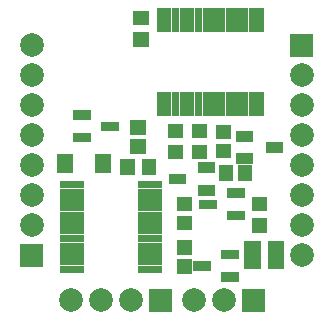
<source format=gts>
G04 Layer: TopSolderMaskLayer*
G04 EasyEDA v6.4.0, 2020-07-20T23:37:23+02:00*
G04 8414f0393b39484c82beb45b477d05cc,d798ca008b2c48fc9d28453cf4f639a5,10*
G04 Gerber Generator version 0.2*
G04 Scale: 100 percent, Rotated: No, Reflected: No *
G04 Dimensions in millimeters *
G04 leading zeros omitted , absolute positions ,3 integer and 3 decimal *
%FSLAX33Y33*%
%MOMM*%
G90*
G71D02*

%ADD34C,2.003196*%

%LPD*%
G36*
G01X21879Y4787D02*
G01X21879Y7150D01*
G01X23281Y7150D01*
G01X23281Y4787D01*
G01X21879Y4787D01*
G37*
G36*
G01X19898Y4787D02*
G01X19898Y7150D01*
G01X21300Y7150D01*
G01X21300Y4787D01*
G01X19898Y4787D01*
G37*
G36*
G01X13444Y15918D02*
G01X13444Y17122D01*
G01X14749Y17122D01*
G01X14749Y15918D01*
G01X13444Y15918D01*
G37*
G36*
G01X13444Y14119D02*
G01X13444Y15321D01*
G01X14749Y15321D01*
G01X14749Y14119D01*
G01X13444Y14119D01*
G37*
G36*
G01X10269Y14599D02*
G01X10269Y15803D01*
G01X11574Y15803D01*
G01X11574Y14599D01*
G01X10269Y14599D01*
G37*
G36*
G01X10269Y16200D02*
G01X10269Y17404D01*
G01X11574Y17404D01*
G01X11574Y16200D01*
G01X10269Y16200D01*
G37*
G36*
G01X20937Y24922D02*
G01X20937Y26929D01*
G01X21546Y26929D01*
G01X21546Y24922D01*
G01X20937Y24922D01*
G37*
G36*
G01X20286Y24922D02*
G01X20286Y26929D01*
G01X20896Y26929D01*
G01X20896Y24922D01*
G01X20286Y24922D01*
G37*
G36*
G01X19639Y24922D02*
G01X19639Y26929D01*
G01X20248Y26929D01*
G01X20248Y24922D01*
G01X19639Y24922D01*
G37*
G36*
G01X18989Y24922D02*
G01X18989Y26929D01*
G01X19598Y26929D01*
G01X19598Y24922D01*
G01X18989Y24922D01*
G37*
G36*
G01X18338Y24922D02*
G01X18338Y26929D01*
G01X18948Y26929D01*
G01X18948Y24922D01*
G01X18338Y24922D01*
G37*
G36*
G01X17688Y24922D02*
G01X17688Y26929D01*
G01X18298Y26929D01*
G01X18298Y24922D01*
G01X17688Y24922D01*
G37*
G36*
G01X17038Y24922D02*
G01X17038Y26929D01*
G01X17647Y26929D01*
G01X17647Y24922D01*
G01X17038Y24922D01*
G37*
G36*
G01X16388Y24922D02*
G01X16388Y26929D01*
G01X16997Y26929D01*
G01X16997Y24922D01*
G01X16388Y24922D01*
G37*
G36*
G01X15737Y24922D02*
G01X15737Y26929D01*
G01X16347Y26929D01*
G01X16347Y24922D01*
G01X15737Y24922D01*
G37*
G36*
G01X15087Y24922D02*
G01X15087Y26929D01*
G01X15697Y26929D01*
G01X15697Y24922D01*
G01X15087Y24922D01*
G37*
G36*
G01X14437Y24922D02*
G01X14437Y26929D01*
G01X15046Y26929D01*
G01X15046Y24922D01*
G01X14437Y24922D01*
G37*
G36*
G01X13787Y24922D02*
G01X13787Y26929D01*
G01X14396Y26929D01*
G01X14396Y24922D01*
G01X13787Y24922D01*
G37*
G36*
G01X13139Y24922D02*
G01X13139Y26929D01*
G01X13749Y26929D01*
G01X13749Y24922D01*
G01X13139Y24922D01*
G37*
G36*
G01X12489Y24922D02*
G01X12489Y26929D01*
G01X13098Y26929D01*
G01X13098Y24922D01*
G01X12489Y24922D01*
G37*
G36*
G01X12489Y17774D02*
G01X12489Y19781D01*
G01X13098Y19781D01*
G01X13098Y17774D01*
G01X12489Y17774D01*
G37*
G36*
G01X13139Y17774D02*
G01X13139Y19781D01*
G01X13749Y19781D01*
G01X13749Y17774D01*
G01X13139Y17774D01*
G37*
G36*
G01X13787Y17774D02*
G01X13787Y19781D01*
G01X14396Y19781D01*
G01X14396Y17774D01*
G01X13787Y17774D01*
G37*
G36*
G01X14437Y17774D02*
G01X14437Y19781D01*
G01X15046Y19781D01*
G01X15046Y17774D01*
G01X14437Y17774D01*
G37*
G36*
G01X15087Y17774D02*
G01X15087Y19781D01*
G01X15697Y19781D01*
G01X15697Y17774D01*
G01X15087Y17774D01*
G37*
G36*
G01X15737Y17774D02*
G01X15737Y19781D01*
G01X16347Y19781D01*
G01X16347Y17774D01*
G01X15737Y17774D01*
G37*
G36*
G01X16388Y17774D02*
G01X16388Y19781D01*
G01X16997Y19781D01*
G01X16997Y17774D01*
G01X16388Y17774D01*
G37*
G36*
G01X17038Y17774D02*
G01X17038Y19781D01*
G01X17647Y19781D01*
G01X17647Y17774D01*
G01X17038Y17774D01*
G37*
G36*
G01X17688Y17774D02*
G01X17688Y19781D01*
G01X18298Y19781D01*
G01X18298Y17774D01*
G01X17688Y17774D01*
G37*
G36*
G01X18338Y17774D02*
G01X18338Y19781D01*
G01X18948Y19781D01*
G01X18948Y17774D01*
G01X18338Y17774D01*
G37*
G36*
G01X18989Y17774D02*
G01X18989Y19781D01*
G01X19598Y19781D01*
G01X19598Y17774D01*
G01X18989Y17774D01*
G37*
G36*
G01X19639Y17774D02*
G01X19639Y19781D01*
G01X20248Y19781D01*
G01X20248Y17774D01*
G01X19639Y17774D01*
G37*
G36*
G01X20286Y17774D02*
G01X20286Y19781D01*
G01X20896Y19781D01*
G01X20896Y17774D01*
G01X20286Y17774D01*
G37*
G36*
G01X20937Y17774D02*
G01X20937Y19781D01*
G01X21546Y19781D01*
G01X21546Y17774D01*
G01X20937Y17774D01*
G37*
G36*
G01X19375Y12301D02*
G01X19375Y13606D01*
G01X20579Y13606D01*
G01X20579Y12301D01*
G01X19375Y12301D01*
G37*
G36*
G01X17774Y12301D02*
G01X17774Y13606D01*
G01X18978Y13606D01*
G01X18978Y12301D01*
G01X17774Y12301D01*
G37*
G36*
G01X17508Y14218D02*
G01X17508Y15422D01*
G01X18813Y15422D01*
G01X18813Y14218D01*
G01X17508Y14218D01*
G37*
G36*
G01X17508Y15819D02*
G01X17508Y17023D01*
G01X18813Y17023D01*
G01X18813Y15819D01*
G01X17508Y15819D01*
G37*
G36*
G01X5415Y15539D02*
G01X5415Y16342D01*
G01X6916Y16342D01*
G01X6916Y15539D01*
G01X5415Y15539D01*
G37*
G36*
G01X7815Y16489D02*
G01X7815Y17292D01*
G01X9316Y17292D01*
G01X9316Y16489D01*
G01X7815Y16489D01*
G37*
G36*
G01X5415Y17439D02*
G01X5415Y18242D01*
G01X6916Y18242D01*
G01X6916Y17439D01*
G01X5415Y17439D01*
G37*
G36*
G01X13517Y11993D02*
G01X13517Y12898D01*
G01X14970Y12898D01*
G01X14970Y11993D01*
G01X13517Y11993D01*
G37*
G36*
G01X16017Y12943D02*
G01X16017Y13848D01*
G01X17470Y13848D01*
G01X17470Y12943D01*
G01X16017Y12943D01*
G37*
G36*
G01X16017Y11043D02*
G01X16017Y11948D01*
G01X17470Y11948D01*
G01X17470Y11043D01*
G01X16017Y11043D01*
G37*
G36*
G01X21732Y14660D02*
G01X21732Y15565D01*
G01X23185Y15565D01*
G01X23185Y14660D01*
G01X21732Y14660D01*
G37*
G36*
G01X19232Y13710D02*
G01X19232Y14615D01*
G01X20685Y14615D01*
G01X20685Y13710D01*
G01X19232Y13710D01*
G37*
G36*
G01X19232Y15610D02*
G01X19232Y16515D01*
G01X20685Y16515D01*
G01X20685Y15610D01*
G01X19232Y15610D01*
G37*
G36*
G01X15476Y15918D02*
G01X15476Y17122D01*
G01X16781Y17122D01*
G01X16781Y15918D01*
G01X15476Y15918D01*
G37*
G36*
G01X15476Y14119D02*
G01X15476Y15321D01*
G01X16781Y15321D01*
G01X16781Y14119D01*
G01X15476Y14119D01*
G37*
G36*
G01X10523Y23644D02*
G01X10523Y24848D01*
G01X11828Y24848D01*
G01X11828Y23644D01*
G01X10523Y23644D01*
G37*
G36*
G01X10523Y25445D02*
G01X10523Y26647D01*
G01X11828Y26647D01*
G01X11828Y25445D01*
G01X10523Y25445D01*
G37*
G54D34*
G01X15621Y2159D03*
G01X18161Y2159D03*
G36*
G01X19700Y1158D02*
G01X19700Y3159D01*
G01X21701Y3159D01*
G01X21701Y1158D01*
G01X19700Y1158D01*
G37*
G36*
G01X18483Y10835D02*
G01X18483Y11638D01*
G01X19984Y11638D01*
G01X19984Y10835D01*
G01X18483Y10835D01*
G37*
G36*
G01X16083Y9885D02*
G01X16083Y10688D01*
G01X17584Y10688D01*
G01X17584Y9885D01*
G01X16083Y9885D01*
G37*
G36*
G01X18483Y8935D02*
G01X18483Y9738D01*
G01X19984Y9738D01*
G01X19984Y8935D01*
G01X18483Y8935D01*
G37*
G36*
G01X17975Y5628D02*
G01X17975Y6431D01*
G01X19476Y6431D01*
G01X19476Y5628D01*
G01X17975Y5628D01*
G37*
G36*
G01X15575Y4678D02*
G01X15575Y5481D01*
G01X17076Y5481D01*
G01X17076Y4678D01*
G01X15575Y4678D01*
G37*
G36*
G01X17975Y3728D02*
G01X17975Y4531D01*
G01X19476Y4531D01*
G01X19476Y3728D01*
G01X17975Y3728D01*
G37*
G36*
G01X7249Y12913D02*
G01X7249Y14518D01*
G01X8651Y14518D01*
G01X8651Y12913D01*
G01X7249Y12913D01*
G37*
G36*
G01X4048Y12913D02*
G01X4048Y14518D01*
G01X5450Y14518D01*
G01X5450Y12913D01*
G01X4048Y12913D01*
G37*
G36*
G01X23764Y22748D02*
G01X23764Y24749D01*
G01X25765Y24749D01*
G01X25765Y22748D01*
G01X23764Y22748D01*
G37*
G01X24765Y21209D03*
G01X24765Y18669D03*
G01X24765Y16129D03*
G01X24765Y13589D03*
G01X24765Y11049D03*
G01X24765Y8509D03*
G01X24765Y5969D03*
G36*
G01X904Y4968D02*
G01X904Y6969D01*
G01X2905Y6969D01*
G01X2905Y4968D01*
G01X904Y4968D01*
G37*
G01X1905Y8509D03*
G01X1905Y11049D03*
G01X1905Y13589D03*
G01X1905Y16129D03*
G01X1905Y18669D03*
G01X1905Y21209D03*
G01X1905Y23749D03*
G36*
G01X14206Y8122D02*
G01X14206Y9326D01*
G01X15511Y9326D01*
G01X15511Y8122D01*
G01X14206Y8122D01*
G37*
G36*
G01X14206Y9723D02*
G01X14206Y10927D01*
G01X15511Y10927D01*
G01X15511Y9723D01*
G01X14206Y9723D01*
G37*
G36*
G01X14206Y6040D02*
G01X14206Y7244D01*
G01X15511Y7244D01*
G01X15511Y6040D01*
G01X14206Y6040D01*
G37*
G36*
G01X14206Y4439D02*
G01X14206Y5643D01*
G01X15511Y5643D01*
G01X15511Y4439D01*
G01X14206Y4439D01*
G37*
G36*
G01X4333Y11658D02*
G01X4333Y12268D01*
G01X6339Y12268D01*
G01X6339Y11658D01*
G01X4333Y11658D01*
G37*
G36*
G01X4333Y10998D02*
G01X4333Y11607D01*
G01X6339Y11607D01*
G01X6339Y10998D01*
G01X4333Y10998D01*
G37*
G36*
G01X4333Y10363D02*
G01X4333Y10972D01*
G01X6339Y10972D01*
G01X6339Y10363D01*
G01X4333Y10363D01*
G37*
G36*
G01X4333Y9702D02*
G01X4333Y10312D01*
G01X6339Y10312D01*
G01X6339Y9702D01*
G01X4333Y9702D01*
G37*
G36*
G01X4333Y9042D02*
G01X4333Y9652D01*
G01X6339Y9652D01*
G01X6339Y9042D01*
G01X4333Y9042D01*
G37*
G36*
G01X4333Y8407D02*
G01X4333Y9017D01*
G01X6339Y9017D01*
G01X6339Y8407D01*
G01X4333Y8407D01*
G37*
G36*
G01X4333Y7747D02*
G01X4333Y8356D01*
G01X6339Y8356D01*
G01X6339Y7747D01*
G01X4333Y7747D01*
G37*
G36*
G01X4333Y7112D02*
G01X4333Y7721D01*
G01X6339Y7721D01*
G01X6339Y7112D01*
G01X4333Y7112D01*
G37*
G36*
G01X4333Y6451D02*
G01X4333Y7061D01*
G01X6339Y7061D01*
G01X6339Y6451D01*
G01X4333Y6451D01*
G37*
G36*
G01X4333Y5791D02*
G01X4333Y6400D01*
G01X6339Y6400D01*
G01X6339Y5791D01*
G01X4333Y5791D01*
G37*
G36*
G01X4333Y5156D02*
G01X4333Y5765D01*
G01X6339Y5765D01*
G01X6339Y5156D01*
G01X4333Y5156D01*
G37*
G36*
G01X4333Y4495D02*
G01X4333Y5105D01*
G01X6339Y5105D01*
G01X6339Y4495D01*
G01X4333Y4495D01*
G37*
G36*
G01X10932Y4495D02*
G01X10932Y5105D01*
G01X12938Y5105D01*
G01X12938Y4495D01*
G01X10932Y4495D01*
G37*
G36*
G01X10932Y5156D02*
G01X10932Y5765D01*
G01X12938Y5765D01*
G01X12938Y5156D01*
G01X10932Y5156D01*
G37*
G36*
G01X10932Y5791D02*
G01X10932Y6400D01*
G01X12938Y6400D01*
G01X12938Y5791D01*
G01X10932Y5791D01*
G37*
G36*
G01X10932Y6451D02*
G01X10932Y7061D01*
G01X12938Y7061D01*
G01X12938Y6451D01*
G01X10932Y6451D01*
G37*
G36*
G01X10932Y7112D02*
G01X10932Y7721D01*
G01X12938Y7721D01*
G01X12938Y7112D01*
G01X10932Y7112D01*
G37*
G36*
G01X10932Y7747D02*
G01X10932Y8356D01*
G01X12938Y8356D01*
G01X12938Y7747D01*
G01X10932Y7747D01*
G37*
G36*
G01X10932Y8407D02*
G01X10932Y9017D01*
G01X12938Y9017D01*
G01X12938Y8407D01*
G01X10932Y8407D01*
G37*
G36*
G01X10932Y9042D02*
G01X10932Y9652D01*
G01X12938Y9652D01*
G01X12938Y9042D01*
G01X10932Y9042D01*
G37*
G36*
G01X10932Y9702D02*
G01X10932Y10312D01*
G01X12938Y10312D01*
G01X12938Y9702D01*
G01X10932Y9702D01*
G37*
G36*
G01X10932Y10363D02*
G01X10932Y10972D01*
G01X12938Y10972D01*
G01X12938Y10363D01*
G01X10932Y10363D01*
G37*
G36*
G01X10932Y10998D02*
G01X10932Y11607D01*
G01X12938Y11607D01*
G01X12938Y10998D01*
G01X10932Y10998D01*
G37*
G36*
G01X10932Y11658D02*
G01X10932Y12268D01*
G01X12938Y12268D01*
G01X12938Y11658D01*
G01X10932Y11658D01*
G37*
G36*
G01X11219Y12809D02*
G01X11219Y14114D01*
G01X12423Y14114D01*
G01X12423Y12809D01*
G01X11219Y12809D01*
G37*
G36*
G01X9420Y12809D02*
G01X9420Y14114D01*
G01X10622Y14114D01*
G01X10622Y12809D01*
G01X9420Y12809D01*
G37*
G36*
G01X20556Y9695D02*
G01X20556Y10899D01*
G01X21861Y10899D01*
G01X21861Y9695D01*
G01X20556Y9695D01*
G37*
G36*
G01X20556Y7896D02*
G01X20556Y9098D01*
G01X21861Y9098D01*
G01X21861Y7896D01*
G01X20556Y7896D01*
G37*
G01X5207Y2159D03*
G01X7747Y2159D03*
G01X10287Y2159D03*
G36*
G01X11826Y1158D02*
G01X11826Y3159D01*
G01X13827Y3159D01*
G01X13827Y1158D01*
G01X11826Y1158D01*
G37*
M00*
M02*

</source>
